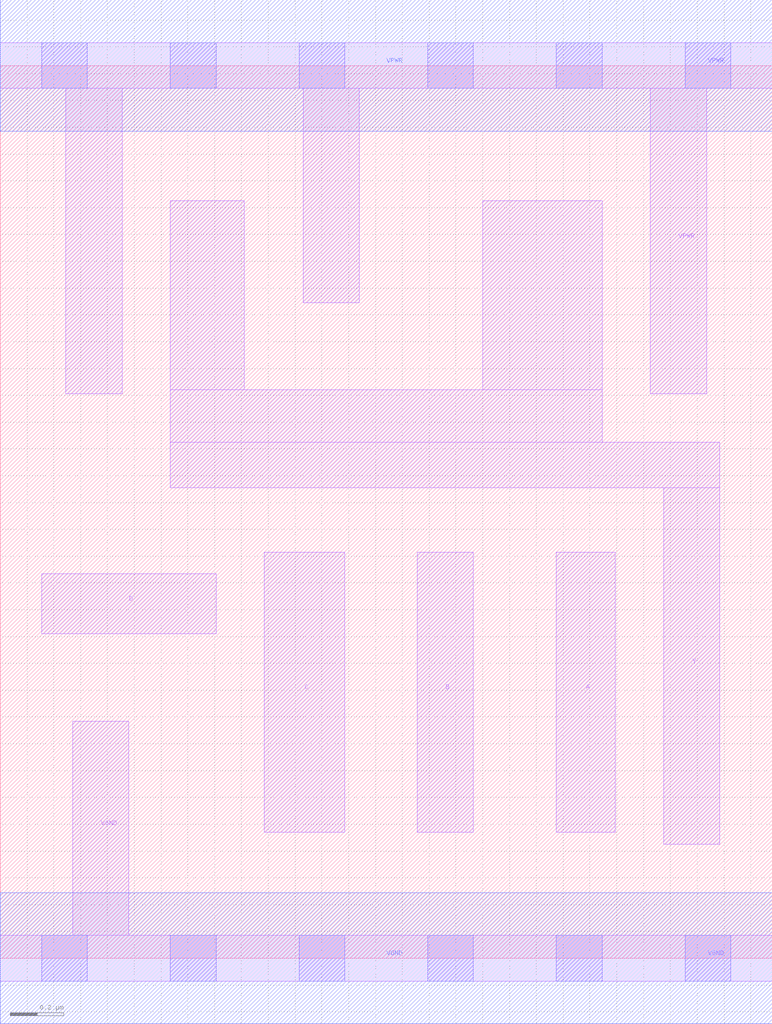
<source format=lef>
# Copyright 2020 The SkyWater PDK Authors
#
# Licensed under the Apache License, Version 2.0 (the "License");
# you may not use this file except in compliance with the License.
# You may obtain a copy of the License at
#
#     https://www.apache.org/licenses/LICENSE-2.0
#
# Unless required by applicable law or agreed to in writing, software
# distributed under the License is distributed on an "AS IS" BASIS,
# WITHOUT WARRANTIES OR CONDITIONS OF ANY KIND, either express or implied.
# See the License for the specific language governing permissions and
# limitations under the License.
#
# SPDX-License-Identifier: Apache-2.0

VERSION 5.7 ;
  NAMESCASESENSITIVE ON ;
  NOWIREEXTENSIONATPIN ON ;
  DIVIDERCHAR "/" ;
  BUSBITCHARS "[]" ;
UNITS
  DATABASE MICRONS 200 ;
END UNITS
MACRO sky130_fd_sc_lp__nand4_1
  CLASS CORE ;
  SOURCE USER ;
  FOREIGN sky130_fd_sc_lp__nand4_1 ;
  ORIGIN  0.000000  0.000000 ;
  SIZE  2.880000 BY  3.330000 ;
  SYMMETRY X Y R90 ;
  SITE unit ;
  PIN A
    ANTENNAGATEAREA  0.315000 ;
    DIRECTION INPUT ;
    USE SIGNAL ;
    PORT
      LAYER li1 ;
        RECT 2.075000 0.470000 2.295000 1.515000 ;
    END
  END A
  PIN B
    ANTENNAGATEAREA  0.315000 ;
    DIRECTION INPUT ;
    USE SIGNAL ;
    PORT
      LAYER li1 ;
        RECT 1.555000 0.470000 1.765000 1.515000 ;
    END
  END B
  PIN C
    ANTENNAGATEAREA  0.315000 ;
    DIRECTION INPUT ;
    USE SIGNAL ;
    PORT
      LAYER li1 ;
        RECT 0.985000 0.470000 1.285000 1.515000 ;
    END
  END C
  PIN D
    ANTENNAGATEAREA  0.315000 ;
    DIRECTION INPUT ;
    USE SIGNAL ;
    PORT
      LAYER li1 ;
        RECT 0.155000 1.210000 0.805000 1.435000 ;
    END
  END D
  PIN Y
    ANTENNADIFFAREA  1.134000 ;
    DIRECTION OUTPUT ;
    USE SIGNAL ;
    PORT
      LAYER li1 ;
        RECT 0.635000 1.755000 2.685000 1.925000 ;
        RECT 0.635000 1.925000 2.245000 2.120000 ;
        RECT 0.635000 2.120000 0.910000 2.825000 ;
        RECT 1.800000 2.120000 2.245000 2.825000 ;
        RECT 2.475000 0.425000 2.685000 1.755000 ;
    END
  END Y
  PIN VGND
    DIRECTION INOUT ;
    USE GROUND ;
    PORT
      LAYER li1 ;
        RECT 0.000000 -0.085000 2.880000 0.085000 ;
        RECT 0.270000  0.085000 0.480000 0.885000 ;
      LAYER mcon ;
        RECT 0.155000 -0.085000 0.325000 0.085000 ;
        RECT 0.635000 -0.085000 0.805000 0.085000 ;
        RECT 1.115000 -0.085000 1.285000 0.085000 ;
        RECT 1.595000 -0.085000 1.765000 0.085000 ;
        RECT 2.075000 -0.085000 2.245000 0.085000 ;
        RECT 2.555000 -0.085000 2.725000 0.085000 ;
      LAYER met1 ;
        RECT 0.000000 -0.245000 2.880000 0.245000 ;
    END
  END VGND
  PIN VPWR
    DIRECTION INOUT ;
    USE POWER ;
    PORT
      LAYER li1 ;
        RECT 0.000000 3.245000 2.880000 3.415000 ;
        RECT 0.245000 2.105000 0.455000 3.245000 ;
        RECT 1.130000 2.445000 1.340000 3.245000 ;
        RECT 2.425000 2.105000 2.635000 3.245000 ;
      LAYER mcon ;
        RECT 0.155000 3.245000 0.325000 3.415000 ;
        RECT 0.635000 3.245000 0.805000 3.415000 ;
        RECT 1.115000 3.245000 1.285000 3.415000 ;
        RECT 1.595000 3.245000 1.765000 3.415000 ;
        RECT 2.075000 3.245000 2.245000 3.415000 ;
        RECT 2.555000 3.245000 2.725000 3.415000 ;
      LAYER met1 ;
        RECT 0.000000 3.085000 2.880000 3.575000 ;
    END
  END VPWR
END sky130_fd_sc_lp__nand4_1

</source>
